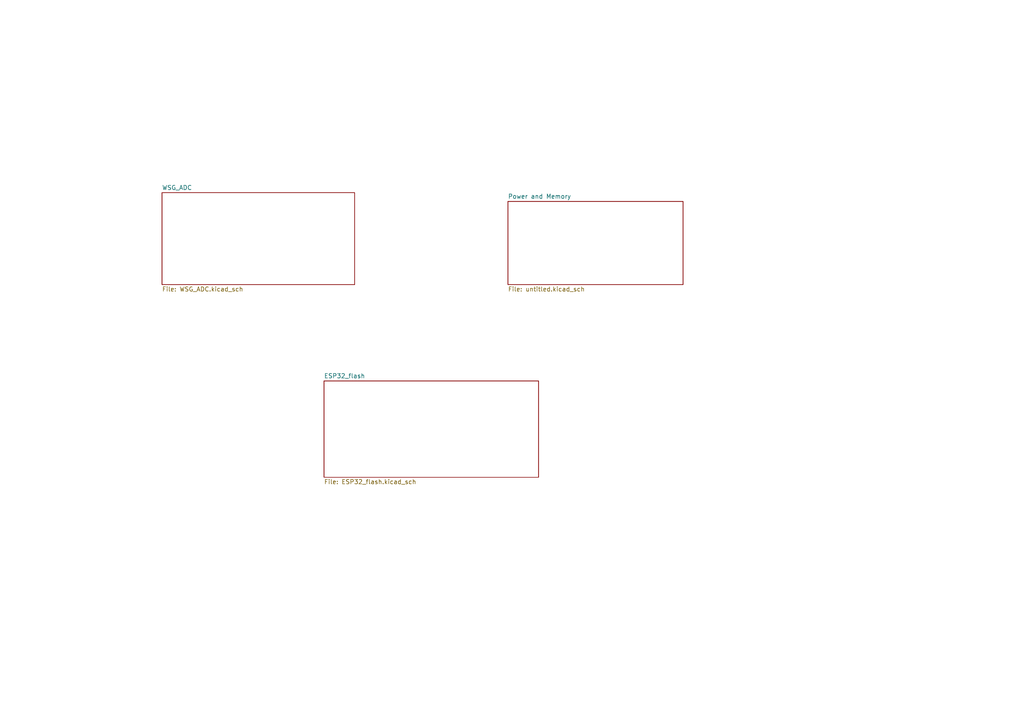
<source format=kicad_sch>
(kicad_sch
	(version 20250114)
	(generator "eeschema")
	(generator_version "9.0")
	(uuid "a78512c7-96a5-4714-909a-6e7b65d2bdb6")
	(paper "A4")
	(lib_symbols)
	(sheet
		(at 147.32 58.42)
		(size 50.8 24.13)
		(exclude_from_sim no)
		(in_bom yes)
		(on_board yes)
		(dnp no)
		(fields_autoplaced yes)
		(stroke
			(width 0.1524)
			(type solid)
		)
		(fill
			(color 0 0 0 0.0000)
		)
		(uuid "c314ce01-1287-478c-a51f-dfd6c79bca1d")
		(property "Sheetname" "Power and Memory"
			(at 147.32 57.7084 0)
			(effects
				(font
					(size 1.27 1.27)
				)
				(justify left bottom)
			)
		)
		(property "Sheetfile" "untitled.kicad_sch"
			(at 147.32 83.1346 0)
			(effects
				(font
					(size 1.27 1.27)
				)
				(justify left top)
			)
		)
		(instances
			(project "WSG_2.0"
				(path "/a78512c7-96a5-4714-909a-6e7b65d2bdb6"
					(page "3")
				)
			)
		)
	)
	(sheet
		(at 93.98 110.49)
		(size 62.23 27.94)
		(exclude_from_sim no)
		(in_bom yes)
		(on_board yes)
		(dnp no)
		(fields_autoplaced yes)
		(stroke
			(width 0.1524)
			(type solid)
		)
		(fill
			(color 0 0 0 0.0000)
		)
		(uuid "ce807aaa-cf62-4ae2-83b5-ecb168adba99")
		(property "Sheetname" "ESP32_flash"
			(at 93.98 109.7784 0)
			(effects
				(font
					(size 1.27 1.27)
				)
				(justify left bottom)
			)
		)
		(property "Sheetfile" "ESP32_flash.kicad_sch"
			(at 93.98 139.0146 0)
			(effects
				(font
					(size 1.27 1.27)
				)
				(justify left top)
			)
		)
		(instances
			(project "WSG_2.0"
				(path "/a78512c7-96a5-4714-909a-6e7b65d2bdb6"
					(page "4")
				)
			)
		)
	)
	(sheet
		(at 46.99 55.88)
		(size 55.88 26.67)
		(exclude_from_sim no)
		(in_bom yes)
		(on_board yes)
		(dnp no)
		(fields_autoplaced yes)
		(stroke
			(width 0.1524)
			(type solid)
		)
		(fill
			(color 0 0 0 0.0000)
		)
		(uuid "ed498e37-cbbe-46d1-a235-95d4b1ded704")
		(property "Sheetname" "WSG_ADC"
			(at 46.99 55.1684 0)
			(effects
				(font
					(size 1.27 1.27)
				)
				(justify left bottom)
			)
		)
		(property "Sheetfile" "WSG_ADC.kicad_sch"
			(at 46.99 83.1346 0)
			(effects
				(font
					(size 1.27 1.27)
				)
				(justify left top)
			)
		)
		(instances
			(project "WSG_2.0"
				(path "/a78512c7-96a5-4714-909a-6e7b65d2bdb6"
					(page "2")
				)
			)
		)
	)
	(sheet_instances
		(path "/"
			(page "1")
		)
	)
	(embedded_fonts no)
)

</source>
